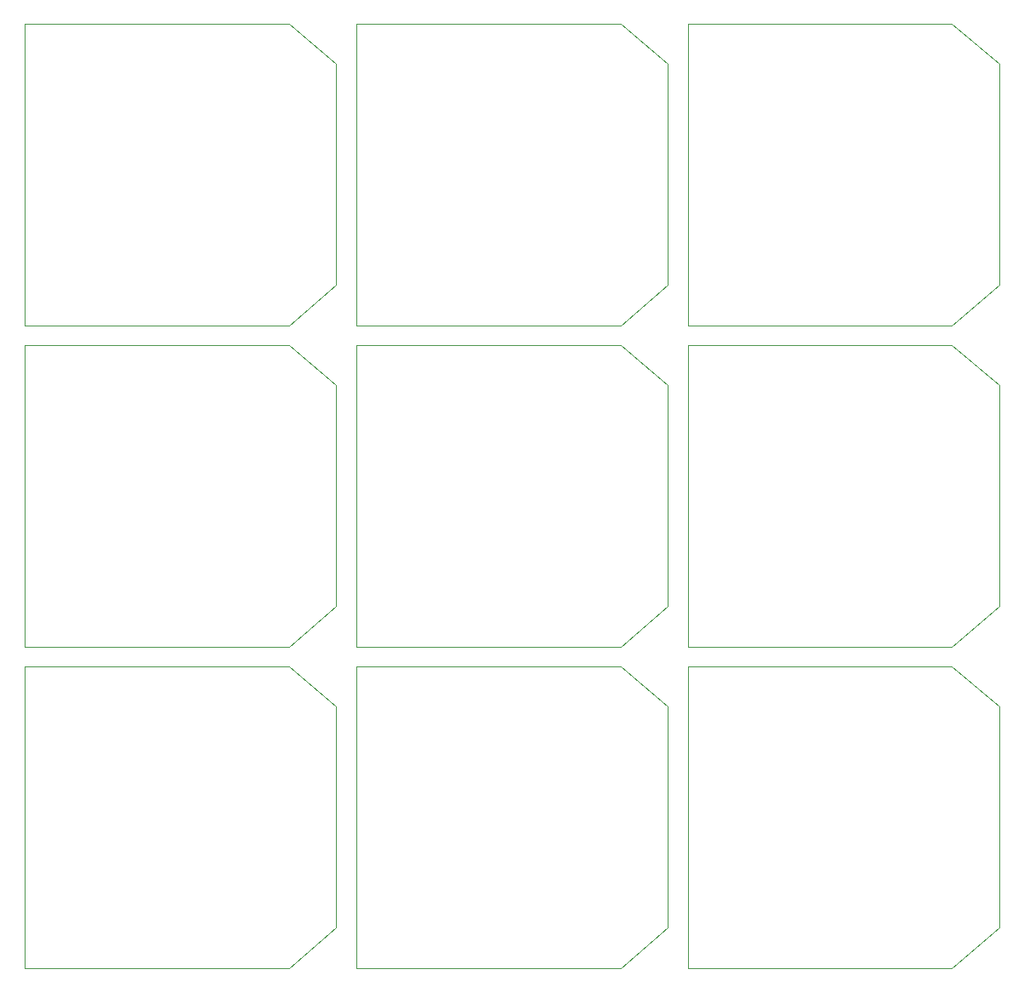
<source format=gko>
%MOIN*%
%OFA0B0*%
%FSLAX46Y46*%
%IPPOS*%
%LPD*%
%ADD10C,0.0039370078740157488*%
%ADD21C,0.0039370078740157488*%
%ADD22C,0.0039370078740157488*%
%ADD23C,0.0039370078740157488*%
%ADD24C,0.0039370078740157488*%
%ADD25C,0.0039370078740157488*%
%ADD26C,0.0039370078740157488*%
%ADD27C,0.0039370078740157488*%
%ADD28C,0.0039370078740157488*%
G01*
D10*
X0001220472Y0000157480D02*
X0001220472Y0001025590D01*
X0001035433Y0001181102D02*
X0001220472Y0001025590D01*
X0000000000Y0000000000D02*
X0001035433Y0000000000D01*
X0000000000Y0001181102D02*
X0000000000Y0000000000D01*
X0001035433Y0000000000D02*
X0001220472Y0000157480D01*
X0001035433Y0001181102D02*
X0000000000Y0001181102D01*
G04 next file*
G04 Gerber Fmt 4.6, Leading zero omitted, Abs format (unit mm)*
G04 Created by KiCad (PCBNEW (6.0.9)) date 2023-10-26 15:22:17*
G01*
G04 APERTURE LIST*
G04 APERTURE END LIST*
D21*
X0002519685Y0000157480D02*
X0002519685Y0001025590D01*
X0002334645Y0001181102D02*
X0002519685Y0001025590D01*
X0001299212Y0000000000D02*
X0002334645Y0000000000D01*
X0001299212Y0001181102D02*
X0001299212Y0000000000D01*
X0002334645Y0000000000D02*
X0002519685Y0000157480D01*
X0002334645Y0001181102D02*
X0001299212Y0001181102D01*
G04 next file*
G04 Gerber Fmt 4.6, Leading zero omitted, Abs format (unit mm)*
G04 Created by KiCad (PCBNEW (6.0.9)) date 2023-10-26 15:22:17*
G01*
G04 APERTURE LIST*
G04 APERTURE END LIST*
D22*
X0003818897Y0000157480D02*
X0003818897Y0001025590D01*
X0003633858Y0001181102D02*
X0003818897Y0001025590D01*
X0002598425Y0000000000D02*
X0003633858Y0000000000D01*
X0002598425Y0001181102D02*
X0002598425Y0000000000D01*
X0003633858Y0000000000D02*
X0003818897Y0000157480D01*
X0003633858Y0001181102D02*
X0002598425Y0001181102D01*
G04 next file*
G04 Gerber Fmt 4.6, Leading zero omitted, Abs format (unit mm)*
G04 Created by KiCad (PCBNEW (6.0.9)) date 2023-10-26 15:22:17*
G01*
G04 APERTURE LIST*
G04 APERTURE END LIST*
D23*
X0001220472Y0001417322D02*
X0001220472Y0002285433D01*
X0001035433Y0002440944D02*
X0001220472Y0002285433D01*
X0000000000Y0001259842D02*
X0001035433Y0001259842D01*
X0000000000Y0002440944D02*
X0000000000Y0001259842D01*
X0001035433Y0001259842D02*
X0001220472Y0001417322D01*
X0001035433Y0002440944D02*
X0000000000Y0002440944D01*
G04 next file*
G04 Gerber Fmt 4.6, Leading zero omitted, Abs format (unit mm)*
G04 Created by KiCad (PCBNEW (6.0.9)) date 2023-10-26 15:22:17*
G01*
G04 APERTURE LIST*
G04 APERTURE END LIST*
D24*
X0001220472Y0002677165D02*
X0001220472Y0003545275D01*
X0001035433Y0003700787D02*
X0001220472Y0003545275D01*
X0000000000Y0002519685D02*
X0001035433Y0002519685D01*
X0000000000Y0003700787D02*
X0000000000Y0002519685D01*
X0001035433Y0002519685D02*
X0001220472Y0002677165D01*
X0001035433Y0003700787D02*
X0000000000Y0003700787D01*
G04 next file*
G04 Gerber Fmt 4.6, Leading zero omitted, Abs format (unit mm)*
G04 Created by KiCad (PCBNEW (6.0.9)) date 2023-10-26 15:22:17*
G01*
G04 APERTURE LIST*
G04 APERTURE END LIST*
D25*
X0002519685Y0001417322D02*
X0002519685Y0002285433D01*
X0002334645Y0002440944D02*
X0002519685Y0002285433D01*
X0001299212Y0001259842D02*
X0002334645Y0001259842D01*
X0001299212Y0002440944D02*
X0001299212Y0001259842D01*
X0002334645Y0001259842D02*
X0002519685Y0001417322D01*
X0002334645Y0002440944D02*
X0001299212Y0002440944D01*
G04 next file*
G04 Gerber Fmt 4.6, Leading zero omitted, Abs format (unit mm)*
G04 Created by KiCad (PCBNEW (6.0.9)) date 2023-10-26 15:22:17*
G01*
G04 APERTURE LIST*
G04 APERTURE END LIST*
D26*
X0003818897Y0001417322D02*
X0003818897Y0002285433D01*
X0003633858Y0002440944D02*
X0003818897Y0002285433D01*
X0002598425Y0001259842D02*
X0003633858Y0001259842D01*
X0002598425Y0002440944D02*
X0002598425Y0001259842D01*
X0003633858Y0001259842D02*
X0003818897Y0001417322D01*
X0003633858Y0002440944D02*
X0002598425Y0002440944D01*
G04 next file*
G04 Gerber Fmt 4.6, Leading zero omitted, Abs format (unit mm)*
G04 Created by KiCad (PCBNEW (6.0.9)) date 2023-10-26 15:22:17*
G01*
G04 APERTURE LIST*
G04 APERTURE END LIST*
D27*
X0002519685Y0002677165D02*
X0002519685Y0003545275D01*
X0002334645Y0003700787D02*
X0002519685Y0003545275D01*
X0001299212Y0002519685D02*
X0002334645Y0002519685D01*
X0001299212Y0003700787D02*
X0001299212Y0002519685D01*
X0002334645Y0002519685D02*
X0002519685Y0002677165D01*
X0002334645Y0003700787D02*
X0001299212Y0003700787D01*
G04 next file*
G04 Gerber Fmt 4.6, Leading zero omitted, Abs format (unit mm)*
G04 Created by KiCad (PCBNEW (6.0.9)) date 2023-10-26 15:22:17*
G01*
G04 APERTURE LIST*
G04 APERTURE END LIST*
D28*
X0003818897Y0002677165D02*
X0003818897Y0003545275D01*
X0003633858Y0003700787D02*
X0003818897Y0003545275D01*
X0002598425Y0002519685D02*
X0003633858Y0002519685D01*
X0002598425Y0003700787D02*
X0002598425Y0002519685D01*
X0003633858Y0002519685D02*
X0003818897Y0002677165D01*
X0003633858Y0003700787D02*
X0002598425Y0003700787D01*
M02*
</source>
